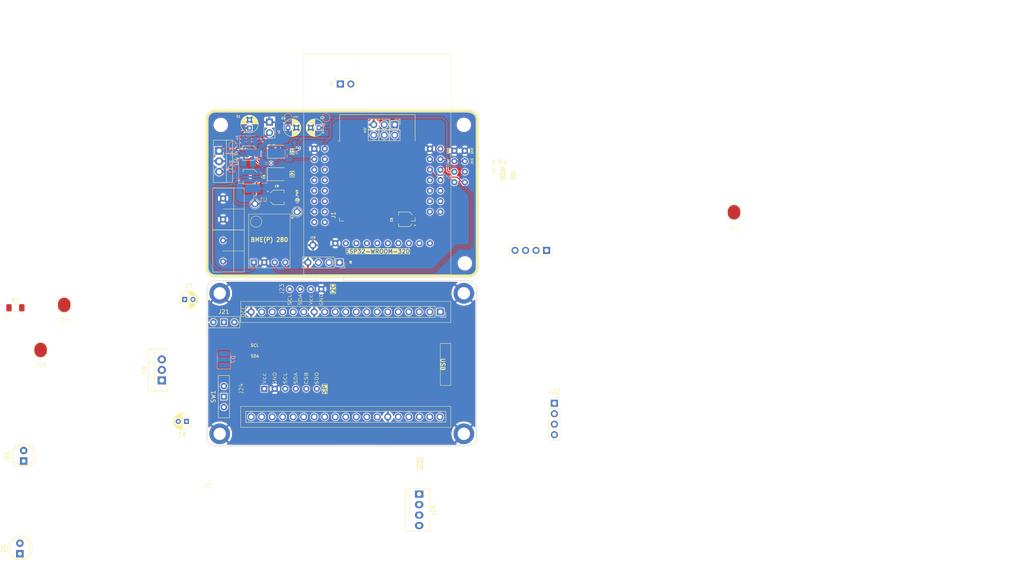
<source format=kicad_pcb>
(kicad_pcb (version 20240108) (generator "pcbnew") (generator_version "8.0")
  (layers (0 "F.Cu" signal) (31 "B.Cu" signal) (34 "B.Paste" user) (35 "F.Paste" user) (36 "B.SilkS" user "B.Silkscreen") (37 "F.SilkS" user "F.Silkscreen") (38 "B.Mask" user) (39 "F.Mask" user) (44 "Edge.Cuts" user))
  (net 0 "")
  (net 1 "GND")
  (net 2 "+3V3")
  (net 3 "+5V")
  (net 4 "/RXD")
  (net 5 "/TXD")
  (net 6 "/SDA")
  (net 7 "/GPIO_33")
  (net 8 "/SCL")
  (net 9 "/OUT3")
  (net 10 "/EN")
  (net 11 "/SOURCE2")
  (net 12 "/SOURCE1")
  (net 13 "/SOURCE3")
  (net 14 "/VDC")
  (net 15 "/DAC1")
  (net 16 "/DAC2")
  (net 17 "/GPIO39")
  (net 18 "/GPIO19")
  (net 19 "/GPIO17")
  (net 20 "/GPIO5")
  (net 21 "/GPIO18")
  (net 22 "/SD_DATA0")
  (net 23 "/ADC2_CH3")
  (net 24 "/SD_DATA3")
  (net 25 "/SD_CMD")
  (net 26 "/SD_CLK")
  (net 27 "/SD_DATA2")
  (net 28 "/SD_DATA1")
  (net 29 "/ADC2_CH0")
  (net 30 "/GPIO23")
  (net 31 "/GPIO36")
  (net 32 "/ADC2_CH2")
  (net 33 "/BOOT")
  (net 34 "/GPIO13")
  (net 35 "/SOURCE4")
  (net 36 "/SOURCE5")
  (net 37 "/SIPO_DATA")
  (net 38 "/SIPO_CLK")
  (net 39 "/SIPO_LATCH")
  (net 40 "/GPIO14")
  (net 41 "/OUT1")
  (net 42 "/VIN")
  (net 43 "Net-(D5-Pad1)")
  (net 44 "Net-(J15-Pin_1)")
  (net 45 "Net-(J19-Pin_1)")
  (net 46 "/OUT2")
  (net 58 "/ESP32-WROOM-32U Node/VIN")
  (net 63 "/ESP32-WROOM-32U Node/VDC")
  (net 74 "/ESP32-WROOM-32U Node/SPI-SDO")
  (net 75 "/ESP32-WROOM-32U Node/TX")
  (net 76 "Net-(J21-Pin_1)")
  (net 77 "/ESP32-WROOM-32U Node/SDA-2")
  (net 78 "/ESP32-WROOM-32U Node/SPI-CSB")
  (net 79 "/ESP32-WROOM-32U Node/SPI-SCL")
  (net 80 "/ESP32-WROOM-32U Node/3V3")
  (net 81 "/ESP32-WROOM-32U Node/SCL-2")
  (net 82 "/ESP32-WROOM-32U Node/RX")
  (net 83 "Net-(D7-A)")
  (net 84 "/ESP32-WROOM-32U Node/SPI-SDA")
  (net 86 "/ESP32-WROOM-32U Node/12V")
  (footprint "Capacitor_THT:CP_Radial_D4.0mm_P2.00mm" (layer "F.Cu") (at 107 44.2 180)
    (property "Reference" "C2")
    (property "Value" "1uF")
  )
  (footprint "LED_SMD:LED_1210_3225Metric_Pad1.42x2.65mm_HandSolder" (layer "F.Cu") (at 97 55.45)
    (property "Reference" "D2")
    (property "Value" "STATUS")
  )
  (footprint "Alexander Footprint Library:Board_65-40" (layer "F.Cu") (at 80 131.25)
    (property "Reference" "H3")
    (property "Value" "Project_Box_Board_65x40")
    (fp_line (start 0 -13) (end 0 -47) (stroke (width 0.05)) (layer "Edge.Cuts"))
    (fp_line (start 3 -50) (end 62 -50) (stroke (width 0.05)) (layer "Edge.Cuts"))
    (fp_line (start 62 -10) (end 3 -10) (stroke (width 0.05)) (layer "Edge.Cuts"))
    (fp_line (start 65 -47) (end 65 -13) (stroke (width 0.05)) (layer "Edge.Cuts"))
    (fp_arc (start 0 -47) (mid 0.87868 -49.12132) (end 3 -50) (stroke (width 0.05)) (layer "Edge.Cuts"))
    (fp_arc (start 3 -10) (mid 0.87868 -10.87868) (end 0 -13) (stroke (width 0.05)) (layer "Edge.Cuts"))
    (fp_arc (start 62 -50) (mid 64.12132 -49.12132) (end 65 -47) (stroke (width 0.05)) (layer "Edge.Cuts"))
    (fp_arc (start 65 -13) (mid 64.12132 -10.87868) (end 62 -10) (stroke (width 0.05)) (layer "Edge.Cuts"))
  )
  (footprint "Capacitor_SMD:CP_Elec_3x5.3" (layer "F.Cu") (at 90.3 50.35 180)
    (property "Reference" "C4")
    (property "Value" "0.1uF")
  )
  (footprint "Resistor_SMD:R_1206_3216Metric_Pad1.30x1.75mm_HandSolder" (layer "F.Cu") (at 33.612 87.7585)
    (property "Reference" "R7")
    (property "Value" "4K7")
  )
  (footprint "LED_THT:LED_D5.0mm" (layer "F.Cu") (at 34.7 147.25 90)
    (property "Reference" "D6")
    (property "Value" "LED_STATUS")
  )
  (footprint "Connector_PinSocket_2.54mm:PinSocket_1x04_P2.54mm_Vertical" (layer "F.Cu") (at 163.88 110.85)
    (property "Reference" "J22")
    (property "Value" "PWR_SATA_Conn_01x04")
  )
  (footprint "Alexander Footprint Library:Pad_1x01_P2.54_SMD" (layer "F.Cu") (at 39.712 102.098)
    (property "Reference" "J19")
    (property "Value" "LED_PWR")
  )
  (footprint "Alexanddr Footprints Library:ESP32-WROOM-Adapter-Socket-2" (layer "F.Cu") (at 121.1 56.9025)
    (property "Reference" "J1")
    (property "Value" "~")
  )
  (footprint "Alexander Footprint Library:Pad_1x01_P2.54_SMD" (layer "F.Cu") (at 45.412 91.198)
    (property "Reference" "J15")
    (property "Value" "LED_PWR")
  )
  (footprint "MountingHole:MountingHole_3mm" (layer "F.Cu") (at 142 43.5)
    (property "Reference" "H1" (hide yes))
    (property "Value" "MountingHole_Pad")
  )
  (footprint "Alexander Footprint Library:SW_Slide-03_7.3x2.5x2.5_P2.54mm" (layer "F.Cu") (at 84 91.25)
    (property "Reference" "J21")
    (property "Value" "PWR")
  )
  (footprint "MountingHole:MountingHole_3mm" (layer "F.Cu") (at 83.25 43.53)
    (property "Reference" "H2" (hide yes))
    (property "Value" "MountingHole_Pad")
  )
  (footprint "Button_Switch_THT:SW_Slide-03_Wuerth-WS-SLTV_10x2.5x6.4_P2.54mm" (layer "F.Cu") (at 84 109.25 90)
    (property "Reference" "SW1")
    (property "Value" "SW_SPDT")
  )
  (footprint "Alexander Footprints Library:Conn_Terminal_5mm" (layer "F.Cu") (at 83.82 53.69)
    (property "Reference" "J9" (hide yes))
    (property "Value" "Conn_01x02_Socket")
  )
  (footprint "Alexander Footprint Library:Pad_1x01_P2.54_SMD" (layer "F.Cu") (at 207.3 68.7895)
    (property "Reference" "J17")
    (property "Value" "GND")
  )
  (footprint "Capacitor_THT:CP_Radial_D4.0mm_P2.00mm" (layer "F.Cu") (at 74.527401 85.75)
    (property "Reference" "C7")
    (property "Value" "1uF")
  )
  (footprint "Connector:FanPinHeader_1x04_P2.54mm_Vertical" (layer "F.Cu") (at 131.2 132.83 -90)
    (property "Reference" "J25")
    (property "Value" "Conn_01x04_Pin")
  )
  (footprint "Capacitor_SMD:CP_Elec_3x5.3" (layer "F.Cu") (at 90.4 56.05 180)
    (property "Reference" "C9")
    (property "Value" "0.1uF")
  )
  (footprint "Alexander Footprint Library:PinSocket_1x01_P2.54" (layer "F.Cu") (at 91.5 65.19)
    (property "Reference" "J7")
    (property "Value" "LED_PWR")
  )
  (footprint "Alexander Footprint Library:Conn_SPI" (layer "F.Cu") (at 88.68 107.35 90)
    (property "Reference" "J24")
    (property "Value" "~")
  )
  (footprint "Connector_PinSocket_2.54mm:PinSocket_1x02_P2.54mm_Vertical" (layer "F.Cu") (at 95.025 42.85)
    (property "Reference" "J2")
    (property "Value" "PWR")
  )
  (footprint "Connector_PinSocket_2.54mm:PinSocket_1x04_P2.54mm_Vertical" (layer "F.Cu") (at 111.94 76.8 -90)
    (property "Reference" "J6")
    (property "Value" "SOURCE")
  )
  (footprint "Connector_PinSocket_2.54mm:PinSocket_1x04_P2.54mm_Vertical" (layer "F.Cu") (at 162 73.875 -90)
    (property "Reference" "J10" (hide yes))
    (property "Value" "ADC")
  )
  (footprint "Capacitor_SMD:CP_Elec_3x5.3" (layer "F.Cu") (at 128 66.35 180)
    (property "Reference" "C5")
    (property "Value" "0.1uF")
  )
  (footprint "Capacitor_THT:CP_Radial_D4.0mm_P2.00mm" (layer "F.Cu") (at 99.5 44.2)
    (property "Reference" "C3")
    (property "Value" "1uF")
  )
  (footprint "Alexander Footprint Library:Conn_ESP32_WROOM-DevKit-38pins" (layer "F.Cu") (at 88.06 88.75 -90)
    (property "Reference" "J20")
    (property "Value" "~")
  )
  (footprint "Capacitor_SMD:CP_Elec_3x5.3" (layer "F.Cu") (at 96.8 61.05)
    (property "Reference" "C8")
    (property "Value" "10uF")
  )
  (footprint "Alexander Footprint Library:LD1117" (layer "F.Cu") (at 69 105.33 90)
    (property "Reference" "U9")
    (property "Value" "L7805")
  )
  (footprint "Alexander Footprint Library:PinSocket_1x01_P2.54" (layer "F.Cu") (at 101.7 67.12)
    (property "Reference" "J18")
    (property "Value" "LED_PWR")
  )
  (footprint "Alexander Footprint Library:Conn_I2C" (layer "F.Cu") (at 115.16 83.25 -90)
    (property "Reference" "J23")
    (property "Value" "I2C")
  )
  (footprint "Capacitor_THT:CP_Radial_D4.0mm_P2.00mm" (layer "F.Cu") (at 74.9726 115.25 180)
    (property "Reference" "C6")
    (property "Value" "1uF")
  )
  (footprint "Connector_PinSocket_2.54mm:PinSocket_1x02_P2.54mm_Vertical" (layer "F.Cu") (at 112.15 33.625 90)
    (property "Reference" "J5")
    (property "Value" "DAC")
  )
  (footprint "Alexander Footprint Library:CONN_2x3" (layer "F.Cu") (at 130.38 43.45 -90)
    (property "Reference" "J14")
    (property "Value" "GPIO")
  )
  (footprint "Alexander Footprints Library:Conn_UART" (layer "F.Cu") (at 139.7 42.15)
    (property "Reference" "J3" (hide yes))
    (property "Value" "UART")
  )
  (footprint "Alexander Footprint Library:PinSocket_1x01_P2.54" (layer "F.Cu") (at 105.5 75.19)
    (property "Reference" "J16")
    (property "Value" "GND")
  )
  (footprint "Capacitor_THT:CP_Radial_D4.0mm_P2.00mm" (layer "F.Cu") (at 90.2 44.3 90)
    (property "Reference" "C1")
    (property "Value" "1uF")
  )
  (footprint "Alexander Footprint Library:BME280_BMP280_I2C" (layer "F.Cu") (at 90 78.1 90)
    (property "Reference" "U7")
    (property "Value" "BME(P)280")
  )
  (footprint "Alexander Footprint Library:LD1117" (layer "F.Cu") (at 82.855 49.77 -90)
    (property "Reference" "U4")
    (property "Value" "L7805")
  )
  (footprint "Alexander Footprints Library:Conn_I2C" (layer "F.Cu") (at 142.24 42.15)
    (property "Reference" "J4" (hide yes))
    (property "Value" "I2C")
  )
  (footprint "LED_THT:LED_D5.0mm" (layer "F.Cu") (at 35.612 124.8335 90)
    (property "Reference" "D5")
    (property "Value" "LED_PWR")
  )
  (footprint "LED_SMD:LED_1210_3225Metric_Pad1.42x2.65mm_HandSolder" (layer "F.Cu") (at 97 50)
    (property "Reference" "D1")
    (property "Value" "PWR")
  )
  (footprint "MountingHole:MountingHole_3mm" (layer "F.Cu") (at 142.25 77)
    (property "Reference" "H4" (hide yes))
    (property "Value" "MountingHole_Pad")
  )
  (footprint "Alexander Footprints Library:Conn_Terminal_5mm" (layer "F.Cu") (at 83.82 63.85)
    (property "Reference" "J8" (hide yes))
    (property "Value" "Conn_01x02_Socket")
  )
  (footprint "TestPoint:TestPoint_Pad_D1.5mm" (layer "B.Cu") (at 99.5 41.75 180)
    (property "Reference" "TP4")
    (property "Value" "5V")
  )
  (footprint "TestPoint:TestPoint_Pad_D1.5mm" (layer "B.Cu") (at 108.7 41.75 180)
    (property "Reference" "TP3")
    (property "Value" "3V3")
  )
  (footprint "Diode_SMD:D_1210_3225Metric" (layer "B.Cu") (at 84 100.25 90)
    (property "Reference" "D7")
    (property "Value" "D")
  )
  (footprint "Resistor_SMD:R_1206_3216Metric_Pad1.30x1.75mm_HandSolder" (layer "B.Cu") (at 99.7 50.25 -90)
    (property "Reference" "R1")
    (property "Value" "10K")
  )
  (footprint "Diode_SMD:D_1210_3225Metric" (layer "B.Cu") (at 90.1 47.75)
    (property "Reference" "D4")
    (property "Value" "D")
  )
  (footprint "TestPoint:TestPoint_Pad_D1.5mm" (layer "B.Cu") (at 86.2 48.45 180)
    (property "Reference" "TP1")
    (property "Value" "VIN")
  )
  (footprint "TestPoint:TestPoint_Pad_D1.5mm" (layer "B.Cu") (at 85.9 54.15 180)
    (property "Reference" "TP2")
    (property "Value" "GND")
  )
  (footprint "Package_TO_SOT_SMD:SOT-223-3_TabPin2" (layer "B.Cu") (at 91 55.75 -90)
    (property "Reference" "U1")
    (property "Value" "AMS1117-3V3")
  )
  (gr_line (start 145.25 42.11421) (end 145.25 78.085782) (stroke (width 0.75)) (layer "F.SilkS"))
  (gr_line (start 81.914218 40.164218) (end 143.08579 40.164218) (stroke (width 0.75)) (layer "F.SilkS"))
  (gr_arc (start 145.25 78.085782) (mid 144.66422 79.500007) (end 143.25 80.085782) (stroke (width 0.75)) (layer "F.SilkS"))
  (gr_line (start 79.914218 42.11421) (end 79.914218 78.085782) (stroke (width 0.75)) (layer "F.SilkS"))
  (gr_arc (start 81.914218 80.085782) (mid 80.499999 79.500001) (end 79.914218 78.085782) (stroke (width 0.75)) (layer "F.SilkS"))
  (gr_arc (start 143.25 40.25) (mid 144.664214 40.835786) (end 145.25 42.25) (stroke (width 0.75)) (layer "F.SilkS"))
  (gr_arc (start 79.914218 42.164218) (mid 80.499999 40.749999) (end 81.914218 40.164218) (stroke (width 0.75)) (layer "F.SilkS"))
  (gr_line (start 81.914214 80.085782) (end 143.085786 80.085782) (stroke (width 0.75)) (layer "F.SilkS"))
  (gr_line (start 82.014214 80.235786) (end 106.4 80.25) (stroke (width 0.1)) (layer "Edge.Cuts"))
  (gr_line (start 80 42.25) (end 80.014214 78.235786) (stroke (width 0.1)) (layer "Edge.Cuts"))
  (gr_arc (start 79.921321 83.157107) (mid 80.507106 81.742896) (end 81.921321 81.157107) (stroke (width 0.1)) (layer "Edge.Cuts"))
  (gr_line (start 81.921321 121.128679) (end 143.107107 121.142893) (stroke (width 0.1)) (layer "Edge.Cuts"))
  (gr_arc (start 81.921321 121.128679) (mid 80.507101 120.542899) (end 79.921321 119.128679) (stroke (width 0.1)) (layer "Edge.Cuts"))
  (gr_line (start 143.092893 81.157107) (end 113 81.15) (stroke (width 0.1)) (layer "Edge.Cuts"))
  (gr_arc (start 145.107107 119.142893) (mid 144.521321 120.557107) (end 143.107107 121.142893) (stroke (width 0.1)) (layer "Edge.Cuts"))
  (gr_line (start 106.4 81.15) (end 81.921321 81.157107) (stroke (width 0.1)) (layer "Edge.Cuts"))
  (gr_arc (start 143.185786 40.264214) (mid 144.600004 40.849996) (end 145.185786 42.264214) (stroke (width 0.1)) (layer "Edge.Cuts"))
  (gr_line (start 113 80.25) (end 143.185786 80.235786) (stroke (width 0.1)) (layer "Edge.Cuts"))
  (gr_arc (start 82.014214 80.235786) (mid 80.599996 79.650004) (end 80.014214 78.235786) (stroke (width 0.1)) (layer "Edge.Cuts"))
  (gr_line (start 145.185786 42.264214) (end 145.185786 78.235786) (stroke (width 0.1)) (layer "Edge.Cuts"))
  (gr_arc (start 80 42.25) (mid 80.585786 40.835786) (end 82 40.25) (stroke (width 0.1)) (layer "Edge.Cuts"))
  (gr_line (start 145.107107 119.142893) (end 145.092893 83.157107) (stroke (width 0.1)) (layer "Edge.Cuts"))
  (gr_line (start 79.921321 119.128679) (end 79.921321 83.157107) (stroke (width 0.1)) (layer "Edge.Cuts"))
  (gr_line (start 106.4 81.15) (end 106.4 80.25) (stroke (width 0.1)) (layer "Edge.Cuts"))
  (gr_arc (start 145.185786 78.235786) (mid 144.600004 79.650004) (end 143.185786 80.235786) (stroke (width 0.1)) (layer "Edge.Cuts"))
  (gr_arc (start 143.092893 81.157107) (mid 144.507112 81.742888) (end 145.092893 83.157107) (stroke (width 0.1)) (layer "Edge.Cuts"))
  (gr_line (start 113 81.15) (end 113 80.25) (stroke (width 0.1)) (layer "Edge.Cuts"))
  (gr_line (start 143.185786 40.264214) (end 82 40.25) (stroke (width 0.1)) (layer "Edge.Cuts"))
  (gr_text "SCL" (at 90.4 96.85 0) (layer "F.SilkS") (effects (font (size 0.7 0.7) (thickness 0.125) (bold yes)) (justify left)))
  (gr_text "SDA" (at 90.4 99.45 0) (layer "F.SilkS") (effects (font (size 0.7 0.7) (thickness 0.125) (bold yes)) (justify left)))
  (gr_text "PWR" (at 132 127.25 90) (layer "F.SilkS" knockout) (effects (font (size 1 1) (thickness 0.25) (bold yes)) (justify left bottom)))
  (segment (start 84.21 66) (end 83.82 66.39) (width 0.5) (layer "F.Cu") (net 1))
  (segment (start 95.5 54.8625) (end 95.5125 54.85) (width 0.25) (layer "F.Cu") (net 1))
  (segment (start 95.5 55.4625) (end 95.5125 55.45) (width 0.25) (layer "F.Cu") (net 1))
  (segment (start 91.5 59.65) (end 91.9 59.25) (width 0.5) (layer "F.Cu") (net 2))
  (segment (start 101.15 50) (end 102 49.15) (width 0.5) (layer "F.Cu") (net 2))
  (segment (start 94.63 62.62) (end 91.5 62.62) (width 0.5) (layer "F.Cu") (net 2))
  (segment (start 91.9 59.25) (end 91.9 56.05) (width 0.5) (layer "F.Cu") (net 2))
  (segment (start 98.4875 50) (end 101.15 50) (width 0.5) (layer "F.Cu") (net 2))
  (segment (start 95.3 61.05) (end 95.3 61.95) (width 0.5) (layer "F.Cu") (net 2))
  (segment (start 95.3 61.95) (end 94.63 62.62) (width 0.5) (layer "F.Cu") (net 2))
  (segment (start 91.5 62.62) (end 91.5 59.65) (width 0.5) (layer "F.Cu") (net 2))
  (via (at 102 49.15) (size 0.8) (drill 0.4) (layers "F.Cu" "B.Cu") (net 2))
  (segment (start 96.075 48.7) (end 97.525 48.7) (width 0.5) (layer "B.Cu") (net 2))
  (segment (start 108.4 49.2825) (end 108.4 47.85) (width 0.5) (layer "B.Cu") (net 2))
  (segment (start 109.408578 44.2) (end 107 44.2) (width 0.5) (layer "B.Cu") (net 2))
  (segment (start 109.5 46.75) (end 109.75 46.5) (width 0.5) (layer "B.Cu") (net 2))
  (segment (start 81.3 75.997918) (end 81.3 59.75104) (width 0.5) (layer "B.Cu") (net 2))
  (segment (start 93.3 54.905025) (end 93.3 52.6) (width 0.5) (layer "B.Cu") (net 2))
  (segment (start 100 48.7) (end 100 48.03033) (width 0.5) (layer "B.Cu") (net 2))
  (segment (start 137.9 51.55) (end 138.66 52.31) (width 0.5) (layer "B.Cu") (net 2))
  (segment (start 84.202081 78.9) (end 89.990883 78.9) (width 0.5) (layer "B.Cu") (net 2))
  (segment (start 109.75 45) (end 109.75 44.141421) (width 0.5) (layer "B.Cu") (net 2))
  (segment (start 103 46.75) (end 101.28033 46.75) (width 0.5) (layer "B.Cu") (net 2))
  (segment (start 109.75 43.858578) (end 109.75 44.141421) (width 0.5) (layer "B.Cu") (net 2))
  (segment (start 138.66 52.31) (end 139.7 52.31) (width 0.5) (layer "B.Cu") (net 2))
  (segment (start 139.7 52.31) (end 142.24 52.31) (width 0.5) (layer "B.Cu") (net 2))
  (segment (start 129.1 41.75) (end 136.8 41.75) (width 0.5) (layer "B.Cu") (net 2))
  (segment (start 112.31066 41.75) (end 129.1 41.75) (width 0.5) (layer "B.Cu") (net 2))
  (segment (start 88.207106 62.75) (end 91.5 62.75) (width 0.5) (layer "B.Cu") (net 2))
  (segment (start 86.5 61.042893) (end 86.5 57.5) (width 0.5) (layer "B.Cu") (net 2))
  (segment (start 103 46.75) (end 109.5 46.75) (width 0.5) (layer "B.Cu") (net 2))
  (segment (start 137.9 42.85) (end 137.9 51.55) (width 0.5) (layer "B.Cu") (net 2))
  (segment (start 91.22 77.670883) (end 91.22 76.8) (width 0.5) (layer "B.Cu") (net 2))
  (segment (start 89.455634 56.1) (end 92.105025 56.1) (width 0.5) (layer "B.Cu") (net 2))
  (segment (start 96.075 48.7) (end 95.177817 48.7) (width 0.5) (layer "B.Cu") (net 2))
  (segment (start 136.8 41.75) (end 137.9 42.85) (width 0.5) (layer "B.Cu") (net 2))
  (segment (start 108.4 47.85) (end 109.75 46.5) (width 0.5) (layer "B.Cu") (net 2))
  (segment (start 109.75 46.5) (end 109.75 45) (width 0.5) (layer "B.Cu") (net 2))
  (segment (start 110.015165 42.984834) (end 110.5 42.5) (width 0.5) (layer "B.Cu") (net 2))
  (segment (start 102 47.75) (end 103 46.75) (width 0.5) (layer "B.Cu") (net 2))
  (segment (start 109.75 43.858578) (end 109.75 43.625) (width 0.5) (layer "B.Cu") (net 2))
  (segment (start 93.3 52.6) (end 93.3 50.577817) (width 0.5) (layer "B.Cu") (net 2))
  (segment (start 82.75104 58.3) (end 84.144365 58.3) (width 0.5) (layer "B.Cu") (net 2))
  (segment (start 102 49.15) (end 102 47.75) (width 0.5) (layer "B.Cu") (net 2))
  (segment (start 129.3 41.75) (end 129.1 41.75) (width 0.5) (layer "B.Cu") (net 2))
  (segment (start 108.7 41.75) (end 112.31066 41.75) (width 0.5) (layer "B.Cu") (net 2))
  (segment (start 100 48.7) (end 97.525 48.7) (width 0.5) (layer "B.Cu") (net 2))
  (arc (start 93.3 54.905025) (mid 93.209037 55.362322) (end 92.95 55.75) (width 0.5) (layer "B.Cu") (net 2))
  (arc (start 86.8 57.2) (mid 85.581584 58.014119) (end 84.144365 58.3) (width 0.5) (layer "B.Cu") (net 2))
  (arc (start 89.455634 56.1) (mid 88.018415 56.38588) (end 86.8 57.2) (width 0.5) (layer "B.Cu") (net 2))
  (arc (start 86.5 61.042893) (mid 86.629945 61.696174) (end 87 62.25) (width 0.5) (layer "B.Cu") (net 2))
  (arc (start 82.75104 58.3) (mid 82.195751 58.410453) (end 81.725 58.725) (width 0.5) (layer "B.Cu") (net 2))
  (arc (start 92.95 55.75) (mid 92.562322 56.009037) (end 92.105025 56.1) (width 0.5) (layer "B.Cu") (net 2))
  (arc (start 109.75 43.625) (mid 109.818914 43.278544) (end 110.015165 42.984834) (width 0.5) (layer "B.Cu") (net 2))
  (arc (start 95.177817 48.7) (mid 94.459207 48.84294) (end 93.85 49.25) (width 0.5) (layer "B.Cu") (net 2))
  (arc (start 82.15 78.05) (mid 83.091502 78.679092) (end 84.202081 78.9) (width 0.5) (layer "B.Cu") (net 2))
  (arc (start 109.75 44.141421) (mid 109.713838 44.087301) (end 109.65 44.1) (width 0.5) (layer "B.Cu") (net 2))
  (arc (start 93.85 49.25) (mid 93.44294 49.859207) (end 93.3 50.577817) (width 0.5) (layer "B.Cu") (net 2))
  (arc (start 90.86 78.54) (mid 90.461245 78.806439) (end 89.990883 78.9) (width 0.5) (layer "B.Cu") (net 2))
  (arc (start 109.65 44.1) (mid 109.539234 44.17401) (end 109.408578 44.2) (width 0.5) (layer "B.Cu") (net 2))
  (arc (start 87 62.25) (mid 87.553825 62.620054) (end 88.207106 62.75) (width 0.5) (layer "B.Cu") (net 2))
  (arc (start 81.725 58.725) (mid 81.410453 59.195751) (end 81.3 59.75104) (width 0.5) (layer "B.Cu") (net 2))
  (arc (start 101.28033 46.75) (mid 100.790368 46.847459) (end 100.375 47.125) (width 0.5) (layer "B.Cu") (net 2))
  (arc (start 91.22 77.670883) (mid 91.126439 78.141245) (end 90.86 78.54) (width 0.5) (layer "B.Cu") (net 2))
  (arc (start 110.5 42.5) (mid 111.330737 41.944918) (end 112.31066 41.75) (width 0.5) (layer "B.Cu") (net 2))
  (arc (start 109.65 44.1) (mid 109.72401 43.989234) (end 109.75 43.858578) (width 0.5) (layer "B.Cu") (net 2))
  (arc (start 100.375 47.125) (mid 100.097459 47.540368) (end 100 48.03033) (width 0.5) (layer "B.Cu") (net 2))
  (arc (start 81.3 75.997918) (mid 81.520907 77.108496) (end 82.15 78.05) (width 0.5) (layer "B.Cu") (net 2))
  (segment (start 99.5 45.693413) (end 99.5 44.2) (width 0.5) (layer "F.Cu") (net 3))
  (segment (start 98.6375 46.9625) (end 99.2125 46.3875) (width 0.5) (layer "F.Cu") (net 3))
  (segment (start 88.1 47.25) (end 97.943413 47.25) (width 0.5) (layer "F.Cu") (net 3))
  (segment (start 84.9 54.85) (end 85.4 54.35) (width 0.5) (layer "F.Cu") (net 3))
  (segment (start 85.4 54.35) (end 85.4 49.95) (width 0.5) (layer "F.Cu") (net 3))
  (segment (start 82.855 54.85) (end 84.9 54.85) (width 0.5) (layer "F.Cu") (net 3))
  (segment (start 85.4 49.95) (end 88.1 47.25) (width 0.5) (layer "F.Cu") (net 3))
  (arc (start 97.943413 47.25) (mid 98.31905 47.175281) (end 98.6375 46.9625) (width 0.5) (layer "F.Cu") (net 3))
  (arc (start 99.5 45.693413) (mid 99.425281 46.06905) (end 99.2125 46.3875) (width 0.5) (layer "F.Cu") (net 3))
  (segment (start 99.5 42.25) (end 99.5 44.2) (width 0.25) (layer "B.Cu") (net 3))
  (segment (start 139.7 57.35) (end 139.7 57.39) (width 0.25) (layer "F.Cu") (net 4))
  (segment (start 140.3 57.45) (end 139.3 57.45) (width 0.25) (layer "F.Cu") (net 4))
  (segment (start 139.04 57.39) (end 139.7 57.39) (width 0.25) (layer "F.Cu") (net 4))
  (segment (start 137.96 55.65) (end 139.7 57.39) (width 0.25) (layer "B.Cu") (net 4))
  (segment (start 133.8 54.3625) (end 135.0875 55.65) (width 0.25) (layer "B.Cu") (net 4))
  (segment (start 135.0875 55.65) (end 137.96 55.65) (width 0.25) (layer "B.Cu") (net 4))
  (segment (start 138 52.25) (end 137.5725 51.8225) (width 0.25) (layer "F.Cu") (net 5))
  (segment (start 139.7 54.85) (end 138.3 54.85) (width 0.25) (layer "F.Cu") (net 5))
  (segment (start 137.5725 51.8225) (end 136.34 51.8225) (width 0.25) (layer "F.Cu") (net 5))
  (segment (start 138 54.55) (end 138 52.25) (width 0.25) (layer "F.Cu") (net 5))
  (segment (start 138.3 54.85) (end 138 54.55) (width 0.25) (layer "F.Cu") (net 5))
  (segment (start 139.7 54.85) (end 139.5 54.85) (width 0.25) (layer "F.Cu") (net 5))
  (segment (start 142.24 54.85) (end 142.24 55.51) (width 0.25) (layer "F.Cu") (net 6))
  (segment (start 98.84 76.8) (end 98.84 78.09) (width 0.25) (layer "B.Cu") (net 6))
  (segment (start 141 57.95) (end 141 56.09) (width 0.25) (layer "B.Cu") (net 6))
  (segment (start 140.990501 53.600501) (end 142.24 54.85) (width 0.25) (layer "B.Cu") (net 6))
  (segment (start 136.34 54.3625) (end 137.101999 53.600501) (width 0.25) (layer "B.Cu") (net 6))
  (segment (start 143.281802 72.781802) (end 143.55 72.513604) (width 0.25) (layer "B.Cu") (net 6))
  (segment (start 99.4 78.65) (end 130.7 78.65) (width 0.25) (layer "B.Cu") (net 6))
  (segment (start 130.7 78.65) (end 134.55 78.65) (width 0.25) (layer "B.Cu") (net 6))
  (segment (start 143.55 72.513604) (end 143.55 60.5) (width 0.25) (layer "B.Cu") (net 6))
  (segment (start 143.55 60.5) (end 141 57.95) (width 0.25) (layer "B.Cu") (net 6))
  (segment (start 140.418198 72.781802) (end 143.281802 72.781802) (width 0.25) (layer "B.Cu") (net 6))
  (segment (start 98.84 78.09) (end 99.4 78.65) (width 0.25) (layer "B.Cu") (net 6))
  (segment (start 141 56.09) (end 142.24 54.85) (width 0.25) (layer "B.Cu") (net 6))
  (segment (start 137.101999 53.600501) (end 140.990501 53.600501) (width 0.25) (layer "B.Cu") (net 6))
  (segment (start 134.55 78.65) (end 140.418198 72.781802) (width 0.25) (layer "B.Cu") (net 6))
  (segment (start 135.1 55.15) (end 135.6 55.65) (width 0.25) (layer "F.Cu") (net 8))
  (segment (start 133.8 51.8225) (end 135.1 53.1225) (width 0.25) (layer "F.Cu") (net 8))
  (segment (start 141.603604 57.39) (end 142.24 57.39) (width 0.25) (layer "F.Cu") (net 8))
  (segment (start 137.3 55.65) (end 137.8 56.15) (width 0.25) (layer "F.Cu") (net 8))
  (segment (start 135.1 53.1225) (end 135.1 55.15) (width 0.25) (layer "F.Cu") (net 8))
  (segment (start 135.6 55.65) (end 137.3 55.65) (width 0.25) (layer "F.Cu") (net 8))
  (segment (start 140.363604 56.15) (end 141.603604 57.39) (width 0.25) (layer "F.Cu") (net 8))
  (segment (start 137.8 56.15) (end 140.363604 56.15) (width 0.25) (layer "F.Cu") (net 8))
  (segment (start 142.24 58.553604) (end 142.24 57.39) (width 0.25) (layer "B.Cu") (net 8))
  (segment (start 144 72.7) (end 144 60.313604) (width 0.25) (layer "B.Cu") (net 8))
  (segment (start 134.8 79.1) (end 140.6 73.3) (width 0.25) (layer "B.Cu") (net 8))
  (segment (start 140.6 73.3) (end 143.4 73.3) (width 0.25) (layer "B.Cu") (net 8))
  (segment (start 96.3 76.8) (end 96.3 78.45) (width 0.25) (layer "B.Cu") (net 8))
  (segment (start 143.4 73.3) (end 144 72.7) (width 0.25) (layer "B.Cu") (net 8))
  (segment (start 96.3 78.45) (end 96.95 79.1) (width 0.25) (layer "B.Cu") (net 8))
  (segment (start 144 60.313604) (end 142.24 58.553604) (width 0.25) (layer "B.Cu") (net 8))
  (segment (start 96.95 79.1) (end 134.8 79.1) (width 0.25) (layer "B.Cu") (net 8))
  (segment (start 92.3 52.75) (end 91.8 52.25) (width 0.25) (layer "F.Cu") (net 10))
  (segment (start 91.8 52.25) (end 91.8 50.35) (width 0.25) (layer "F.Cu") (net 10))
  (segment (start 95.4 52.75) (end 92.3 52.75) (width 0.25) (layer "F.Cu") (net 10))
  (via (at 95.4 52.75) (size 0.8) (drill 0.4) (layers "F.Cu" "B.Cu") (net 10))
  (segment (start 95.4 52.75) (end 96.7 52.75) (width 0.25) (layer "B.Cu") (net 10))
  (segment (start 101.4 51.8) (end 101.45 51.8) (width 0.25) (layer "B.Cu") (net 10))
  (segment (start 105.86 51.8225) (end 101.4225 51.8225) (width 0.25) (layer "B.Cu") (net 10))
  (segment (start 99.7 51.8) (end 101.4 51.8) (width 0.25) (layer "B.Cu") (net 10))
  (segment (start 97.65 51.8) (end 99.7 51.8) (width 0.25) (layer "B.Cu") (net 10))
  (segment (start 101.4225 51.8225) (end 101.4 51.8) (width 0.25) (layer "B.Cu") (net 10))
  (segment (start 96.7 52.75) (end 97.65 51.8) (width 0.25) (layer "B.Cu") (net 10))
  (segment (start 86.37 71.47) (end 88 73.1) (width 0.5) (layer "F.Cu") (net 11))
  (segment (start 88 73.1) (end 99 73.1) (width 0.5) (layer "F.Cu") (net 11))
  (segment (start 83.82 71.47) (end 86.37 71.47) (width 0.5) (layer "F.Cu") (net 11))
  (segment (start 86.275 76.55) (end 88.075 74.75) (width 0.5) (layer "F.Cu") (net 12))
  (segment (start 83.82 76.55) (end 86.275 76.55) (width 0.5) (layer "F.Cu") (net 12))
  (segment (start 88.075 74.75) (end 99.75 74.75) (width 0.5) (layer "F.Cu") (net 12))
  (segment (start 95.025 45.425) (end 92.7 47.75) (width 0.5) (layer "B.Cu") (net 14))
  (segment (start 92.7 47.75) (end 91.5 47.75) (width 0.5) (layer "B.Cu") (net 14))
  (segment (start 95.025 45.39) (end 95.025 45.425) (width 0.5) (layer "B.Cu") (net 14))
  (segment (start 129.5 66.35) (end 134.5125 66.35) (width 0.25) (layer "F.Cu") (net 33))
  (segment (start 134.5125 66.35) (end 136.34 64.5225) (width 0.25) (layer "F.Cu") (net 33))
  (segment (start 101.7 56.05) (end 101.1 55.45) (width 0.25) (layer "F.Cu") (net 40))
  (segment (start 101.7 64.55) (end 105.8325 64.55) (width 0.25) (layer "F.Cu") (net 40))
  (segment (start 105.8325 64.55) (end 105.86 64.5225) (width 0.25) (layer "F.Cu") (net 40))
  (segment (start 101.1 55.45) (end 98.4875 55.45) (width 0.25) (layer "F.Cu") (net 40))
  (segment (start 101.7 64.55) (end 101.7 56.05) (width 0.25) (layer "F.Cu") (net 40))
  (segment (start 82.98 49.77) (end 82.855 49.77) (width 0.5) (layer "F.Cu") (net 42))
  (segment (start 90.2 44.3) (end 88.45 44.3) (width 0.5) (layer "F.Cu") (net 42))
  (segment (start 88.45 44.3) (end 82.98 49.77) (width 0.5) (layer "F.Cu") (net 42))
  (segment (start 88.7 50.546446) (end 88.7 51.253553) (width 0.5) (layer "B.Cu") (net 42))
  (segment (start 88.7 45.153553) (end 88.7 47.4) (width 0.5) (layer "B.Cu") (net 42))
  (segment (start 86.2 49.11) (end 86.2 48.45) (width 0.25) (layer "B.Cu") (net 42))
  (segment (start 88.45 50.65) (end 88.2 50.4) (width 0.5) (layer "B.Cu") (net 42))
  (segment (start 88.7 50.546446) (end 88.7 47.4) (width 0.5) (layer "B.Cu") (net 42))
  (segment (start 88.45 50.65) (end 88.054368 50.254368) (width 0.5) (layer "B.Cu") (net 42))
  (segment (start 89.553553 44.3) (end 90.2 44.3) (width 0.5) (layer "B.Cu") (net 42))
  (segment (start 88.7 51.253553) (end 88.7 52.6) (width 0.5) (layer "B.Cu") (net 42))
  (segment (start 86.86 49.77) (end 85.54 49.77) (width 0.5) (layer "B.Cu") (net 42))
  (segment (start 86.885 49.77) (end 86.86 49.77) (width 0.5) (layer "B.Cu") (net 42))
  (segment (start 85.54 49.77) (end 82.855 49.77) (width 0.5) (layer "B.Cu") (net 42))
  (arc (start 89.553553 44.3) (mid 89.226912 44.364972) (end 88.95 44.55) (width 0.5) (layer "B.Cu") (net 42))
  (arc (start 86.2 49.11) (mid 86.393309 49.57669) (end 86.86 49.77) (width 0.25) (layer "B.Cu") (net 42))
  (arc (start 88.7 51.253553) (mid 88.635027 50.926912) (end 88.45 50.65) (width 0.5) (layer "B.Cu") (net 42))
  (arc (start 88.45 50.65) (mid 88.45 50.65) (end 88.45 50.65) (width 0.5) (layer "B.Cu") (net 42))
  (arc (start 88.45 50.65) (mid 88.609596 50.681745) (end 88.7 50.546446) (width 0.5) (layer "B.Cu") (net 42))
  (arc (start 88.054368 50.254368) (mid 87.517857 49.895883) (end 86.885 49.77) (width 0.5) (layer "B.Cu") (net 42))
  (arc (start 88.95 44.55) (mid 88.764972 44.826912) (end 88.7 45.153553) (width 0.5) (layer "B.Cu") (net 42))
  (zone (net 1) (net_name "GND") (layer "F.Cu") (priority 1) (connect_pads (clearance 0)) (min_thickness 0.25) (fill yes (thermal_gap 0.5) (thermal_bridge_width 0.5))
    (polygon (pts (xy 80 40.25) (xy 80.3 80.35) (xy 145.55 80.35) (xy 145.25 40.25)))
  )
  (zone (net 1) (net_name "GND") (layer "F.Cu") (priority 2) (connect_pads (clearance 0)) (min_thickness 0.25) (fill yes (thermal_gap 0.5) (thermal_bridge_width 0.5))
    (polygon (pts (xy 79.8 121.45) (xy 145.7 121.45) (xy 145.2 80.95) (xy 79.5 80.95)))
  )
  (zone (net 1) (net_name "GND") (layer "B.Cu") (connect_pads (clearance 0)) (min_thickness 0.25) (fill yes (thermal_gap 0.5) (thermal_bridge_width 0.5))
    (polygon (pts (xy 80 40.25) (xy 145.2 40.25) (xy 145.4 80.45) (xy 80.2 80.45)))
  )
  (zone (net 1) (net_name "GND") (layer "B.Cu") (priority 3) (connect_pads (clearance 0)) (min_thickness 0.25) (fill yes (thermal_gap 0.5) (thermal_bridge_width 0.5))
    (polygon (pts (xy 145.6 121.45) (xy 145.2 80.95) (xy 79.5 80.95) (xy 79.7 121.45)))
  )
)
</source>
